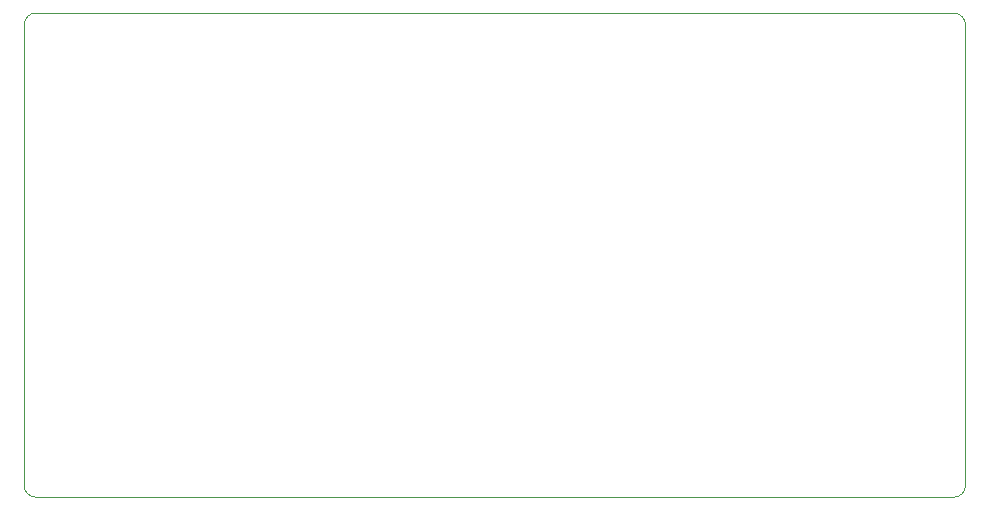
<source format=gbr>
%TF.GenerationSoftware,KiCad,Pcbnew,7.0.9*%
%TF.CreationDate,2023-12-13T17:29:23+01:00*%
%TF.ProjectId,water-tomorrow-pico-triple,77617465-722d-4746-9f6d-6f72726f772d,rev?*%
%TF.SameCoordinates,Original*%
%TF.FileFunction,Profile,NP*%
%FSLAX46Y46*%
G04 Gerber Fmt 4.6, Leading zero omitted, Abs format (unit mm)*
G04 Created by KiCad (PCBNEW 7.0.9) date 2023-12-13 17:29:23*
%MOMM*%
%LPD*%
G01*
G04 APERTURE LIST*
%TA.AperFunction,Profile*%
%ADD10C,0.100000*%
%TD*%
G04 APERTURE END LIST*
D10*
X79700000Y-1000000D02*
G75*
G03*
X78700000Y0I-1000000J0D01*
G01*
X1000000Y0D02*
G75*
G03*
X0Y-1000000I0J-1000000D01*
G01*
X1000000Y0D02*
X78700000Y0D01*
X78700000Y-41000000D02*
G75*
G03*
X79700000Y-40000000I0J1000000D01*
G01*
X79700000Y-1000000D02*
X79700000Y-40000000D01*
X0Y-40000000D02*
G75*
G03*
X1000000Y-41000000I1000000J0D01*
G01*
X0Y-40000000D02*
X0Y-1000000D01*
X78700000Y-41000000D02*
X1000000Y-41000000D01*
M02*

</source>
